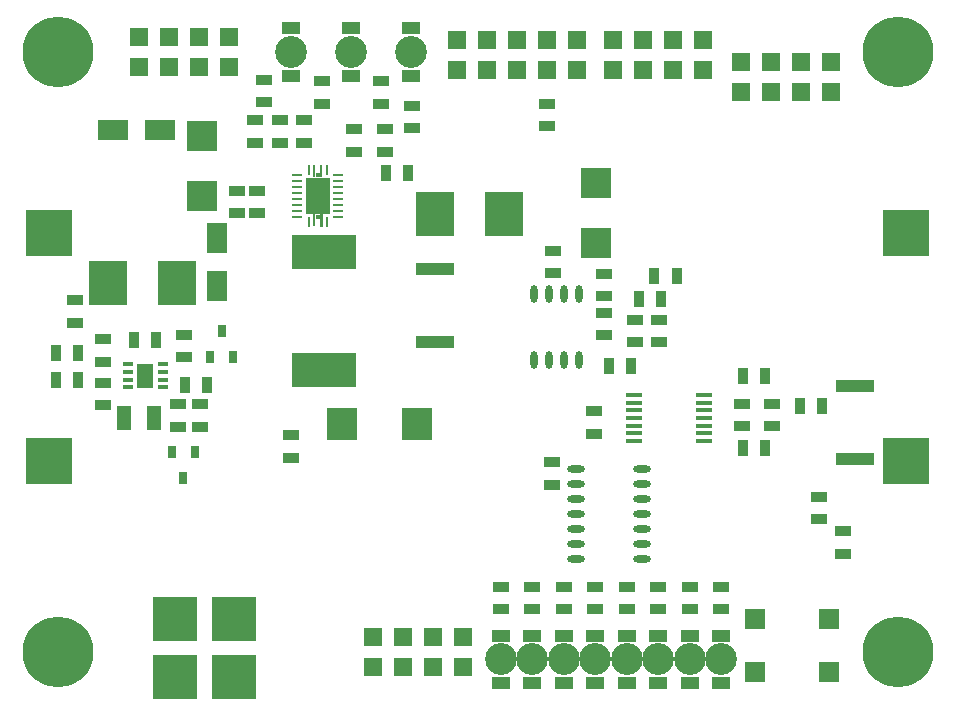
<source format=gbr>
G04 #@! TF.FileFunction,Soldermask,Bot*
%FSLAX46Y46*%
G04 Gerber Fmt 4.6, Leading zero omitted, Abs format (unit mm)*
G04 Created by KiCad (PCBNEW 4.0.1-stable) date 16. 2. 2016 6:56:02*
%MOMM*%
G01*
G04 APERTURE LIST*
%ADD10C,0.300000*%
%ADD11R,4.000000X4.000000*%
%ADD12R,1.397000X0.889000*%
%ADD13R,2.499360X2.550160*%
%ADD14R,0.889000X1.397000*%
%ADD15R,2.499360X1.800860*%
%ADD16R,1.800860X2.499360*%
%ADD17R,1.524000X1.524000*%
%ADD18R,3.810000X3.810000*%
%ADD19R,5.500000X3.000000*%
%ADD20C,6.000000*%
%ADD21R,0.800100X1.000760*%
%ADD22R,3.200000X1.000000*%
%ADD23O,1.473200X0.609600*%
%ADD24R,1.676400X1.676400*%
%ADD25R,1.450000X0.450000*%
%ADD26R,0.850000X0.350000*%
%ADD27R,1.400000X2.000000*%
%ADD28R,2.550160X2.700020*%
%ADD29R,0.850000X0.280000*%
%ADD30R,2.050000X3.050000*%
%ADD31R,0.280000X0.850000*%
%ADD32R,0.280000X1.125000*%
%ADD33R,0.400000X0.450000*%
%ADD34C,0.600000*%
%ADD35R,3.330000X3.810000*%
%ADD36R,1.500000X1.050000*%
%ADD37C,2.700000*%
%ADD38R,1.200000X2.000000*%
%ADD39O,0.609600X1.473200*%
G04 APERTURE END LIST*
D10*
D11*
X4326500Y40511000D03*
X76826500Y40511000D03*
X4326500Y21211000D03*
X76826500Y21211000D03*
D12*
X8890000Y27876500D03*
X8890000Y25971500D03*
D13*
X17272000Y43718480D03*
X17272000Y48768000D03*
D12*
X20193000Y44132500D03*
X20193000Y42227500D03*
X8890000Y31559500D03*
X8890000Y29654500D03*
D14*
X11493500Y31496000D03*
X13398500Y31496000D03*
D12*
X21717000Y48196500D03*
X21717000Y50101500D03*
X21869400Y44132500D03*
X21869400Y42227500D03*
X15748000Y30035500D03*
X15748000Y31940500D03*
X32766000Y47434500D03*
X32766000Y49339500D03*
X24765000Y23431500D03*
X24765000Y21526500D03*
X50419000Y25463500D03*
X50419000Y23558500D03*
X62992000Y26098500D03*
X62992000Y24193500D03*
X69469000Y18224500D03*
X69469000Y16319500D03*
D14*
X63055500Y22352000D03*
X64960500Y22352000D03*
X63055500Y28448000D03*
X64960500Y28448000D03*
D12*
X53911500Y31305500D03*
X53911500Y33210500D03*
X46863000Y21145500D03*
X46863000Y19240500D03*
D15*
X9718040Y49276000D03*
X13716000Y49276000D03*
D16*
X18542000Y40098980D03*
X18542000Y36101020D03*
D17*
X19558000Y57150000D03*
X19558000Y54610000D03*
X17018000Y57150000D03*
X17018000Y54610000D03*
X14478000Y57150000D03*
X14478000Y54610000D03*
X11938000Y57150000D03*
X11938000Y54610000D03*
X49022000Y54356000D03*
X49022000Y56896000D03*
X38862000Y56896000D03*
X38862000Y54356000D03*
X43942000Y56896000D03*
X43942000Y54356000D03*
X46482000Y54356000D03*
X46482000Y56896000D03*
X41402000Y54356000D03*
X41402000Y56896000D03*
X31750000Y3810000D03*
X31750000Y6350000D03*
X34290000Y3810000D03*
X34290000Y6350000D03*
X36830000Y3810000D03*
X36830000Y6350000D03*
X39370000Y3810000D03*
X39370000Y6350000D03*
D18*
X14939000Y7874000D03*
X19939000Y7874000D03*
X14939000Y2921000D03*
X19939000Y2921000D03*
D17*
X62865000Y52451000D03*
X62865000Y54991000D03*
X65405000Y52451000D03*
X65405000Y54991000D03*
X67945000Y52451000D03*
X67945000Y54991000D03*
X59690000Y56896000D03*
X59690000Y54356000D03*
X57150000Y56896000D03*
X57150000Y54356000D03*
X54610000Y56896000D03*
X54610000Y54356000D03*
X52070000Y56896000D03*
X52070000Y54356000D03*
D19*
X27559000Y38909000D03*
X27559000Y28909000D03*
D20*
X76200000Y5080000D03*
X5080000Y55880000D03*
X5080000Y5080000D03*
X76200000Y55880000D03*
D21*
X18923000Y32214820D03*
X17970500Y30015180D03*
X19875500Y30015180D03*
D12*
X6477000Y32956500D03*
X6477000Y34861500D03*
D14*
X6794500Y28067000D03*
X4889500Y28067000D03*
X6794500Y30353000D03*
X4889500Y30353000D03*
D12*
X46482000Y51498500D03*
X46482000Y49593500D03*
X35052000Y51308000D03*
X35052000Y49403000D03*
X22479000Y51625500D03*
X22479000Y53530500D03*
X27432000Y51498500D03*
X27432000Y53403500D03*
X32385000Y51498500D03*
X32385000Y53403500D03*
D14*
X15811500Y27686000D03*
X17716500Y27686000D03*
D12*
X17081500Y26035000D03*
X17081500Y24130000D03*
X25908000Y48196500D03*
X25908000Y50101500D03*
X23876000Y48196500D03*
X23876000Y50101500D03*
D14*
X32829500Y45593000D03*
X34734500Y45593000D03*
D12*
X30099000Y49339500D03*
X30099000Y47434500D03*
D22*
X36957000Y37517000D03*
X36957000Y31317000D03*
D12*
X65532000Y24193500D03*
X65532000Y26098500D03*
D14*
X69786500Y25908000D03*
X67881500Y25908000D03*
D12*
X71501000Y13398500D03*
X71501000Y15303500D03*
X15240000Y24130000D03*
X15240000Y26035000D03*
X55943500Y33210500D03*
X55943500Y31305500D03*
D14*
X51689000Y29273500D03*
X53594000Y29273500D03*
D12*
X51308000Y35179000D03*
X51308000Y37084000D03*
X51308000Y31877000D03*
X51308000Y33782000D03*
X42545000Y8699500D03*
X42545000Y10604500D03*
X45212000Y8699500D03*
X45212000Y10604500D03*
X47879000Y8699500D03*
X47879000Y10604500D03*
X50546000Y8699500D03*
X50546000Y10604500D03*
X53213000Y8699500D03*
X53213000Y10604500D03*
X55880000Y8699500D03*
X55880000Y10604500D03*
X58547000Y8699500D03*
X58547000Y10604500D03*
D23*
X48895000Y12954000D03*
X48895000Y14224000D03*
X48895000Y15494000D03*
X48895000Y16764000D03*
X54483000Y16764000D03*
X54483000Y15494000D03*
X54483000Y14224000D03*
X54483000Y12954000D03*
X48895000Y18034000D03*
X48895000Y19304000D03*
X48895000Y20574000D03*
X54483000Y18034000D03*
X54483000Y19304000D03*
X54483000Y20574000D03*
D24*
X70333000Y7838000D03*
X70333000Y3338000D03*
X64033000Y7838000D03*
X64033000Y3338000D03*
D25*
X53819000Y22942000D03*
X53819000Y23592000D03*
X53819000Y24242000D03*
X53819000Y24892000D03*
X53819000Y25542000D03*
X53819000Y26192000D03*
X53819000Y26842000D03*
X59719000Y26842000D03*
X59719000Y26192000D03*
X59719000Y25542000D03*
X59719000Y24892000D03*
X59719000Y24242000D03*
X59719000Y23592000D03*
X59719000Y22942000D03*
D26*
X10971000Y28123000D03*
X10971000Y28773000D03*
X10971000Y29423000D03*
X13921000Y29423000D03*
X13921000Y28773000D03*
X13921000Y28123000D03*
X13921000Y27473000D03*
X10971000Y27473000D03*
D27*
X12446000Y28448000D03*
D28*
X35433000Y24384000D03*
X29083000Y24384000D03*
D17*
X70485000Y52451000D03*
X70485000Y54991000D03*
D29*
X25326000Y41938000D03*
D30*
X27051000Y43688000D03*
D29*
X25326000Y42438000D03*
X25326000Y42938000D03*
X25326000Y43438000D03*
X25326000Y43938000D03*
X25326000Y44438000D03*
X25326000Y44938000D03*
X25326000Y45438000D03*
D31*
X26301000Y45913000D03*
X27801000Y45913000D03*
D29*
X28776000Y45438000D03*
X28776000Y44938000D03*
X28776000Y44438000D03*
X28776000Y43938000D03*
X28776000Y43438000D03*
X28776000Y42938000D03*
X28776000Y42438000D03*
X28776000Y41938000D03*
D31*
X27801000Y41463000D03*
X26301000Y41463000D03*
D10*
G36*
X27491000Y41050500D02*
X27211000Y41050500D01*
X27211000Y42175500D01*
X27491000Y42175500D01*
X27491000Y41050500D01*
X27491000Y41050500D01*
G37*
D32*
X26751000Y41613000D03*
X26751000Y45763000D03*
X27351000Y45763000D03*
D33*
X27051000Y41938000D03*
X27051000Y45438000D03*
D34*
X27686000Y42545000D03*
X27686000Y44831000D03*
X26416000Y44831000D03*
X26416000Y42545000D03*
X27051000Y43688000D03*
D12*
X61214000Y8699500D03*
X61214000Y10604500D03*
D35*
X9282000Y36322000D03*
X15102000Y36322000D03*
X36968000Y42164000D03*
X42788000Y42164000D03*
D36*
X42545000Y2445000D03*
X42545000Y6445000D03*
D37*
X42545000Y4445000D03*
D36*
X45212000Y2445000D03*
X45212000Y6445000D03*
D37*
X45212000Y4445000D03*
D36*
X47879000Y2445000D03*
X47879000Y6445000D03*
D37*
X47879000Y4445000D03*
D36*
X50546000Y2445000D03*
X50546000Y6445000D03*
D37*
X50546000Y4445000D03*
D36*
X53213000Y2445000D03*
X53213000Y6445000D03*
D37*
X53213000Y4445000D03*
D36*
X55880000Y2445000D03*
X55880000Y6445000D03*
D37*
X55880000Y4445000D03*
D36*
X58547000Y2445000D03*
X58547000Y6445000D03*
D37*
X58547000Y4445000D03*
D36*
X61214000Y2445000D03*
X61214000Y6445000D03*
D37*
X61214000Y4445000D03*
D36*
X24765000Y53880000D03*
X24765000Y57880000D03*
D37*
X24765000Y55880000D03*
D36*
X29845000Y53880000D03*
X29845000Y57880000D03*
D37*
X29845000Y55880000D03*
D36*
X34925000Y53880000D03*
X34925000Y57880000D03*
D37*
X34925000Y55880000D03*
D38*
X10668000Y24892000D03*
X13208000Y24892000D03*
D12*
X46990000Y37147500D03*
X46990000Y39052500D03*
D13*
X50609500Y44752260D03*
X50609500Y39702740D03*
D39*
X49212500Y29781500D03*
X47942500Y29781500D03*
X46672500Y29781500D03*
X45402500Y29781500D03*
X45402500Y35369500D03*
X46672500Y35369500D03*
X47942500Y35369500D03*
X49212500Y35369500D03*
D14*
X56134000Y34988500D03*
X54229000Y34988500D03*
X57467500Y36893500D03*
X55562500Y36893500D03*
D21*
X15684500Y19791680D03*
X16637000Y21991320D03*
X14732000Y21991320D03*
D22*
X72517000Y21411000D03*
X72517000Y27611000D03*
M02*

</source>
